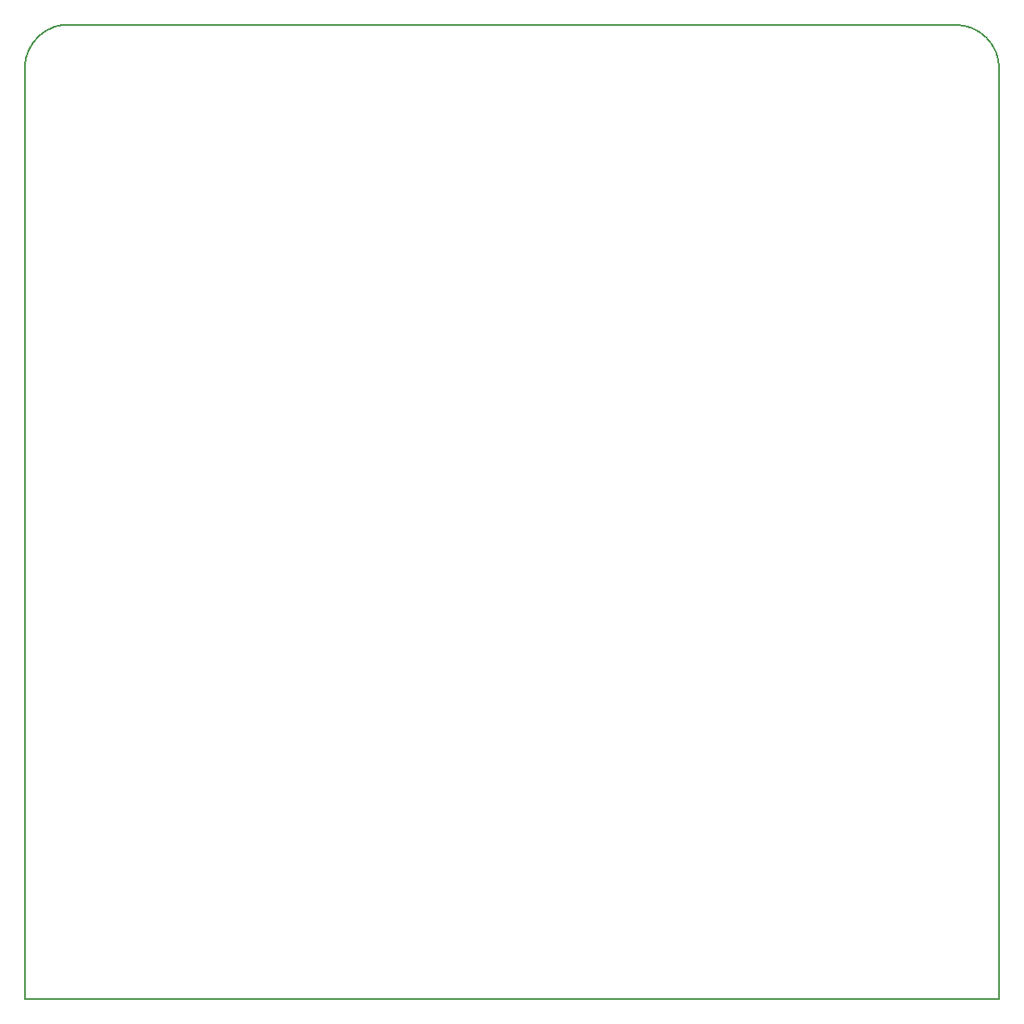
<source format=gm1>
G04 #@! TF.FileFunction,Profile,NP*
%FSLAX46Y46*%
G04 Gerber Fmt 4.6, Leading zero omitted, Abs format (unit mm)*
G04 Created by KiCad (PCBNEW 4.0.7) date 09/06/19 19:50:18*
%MOMM*%
%LPD*%
G01*
G04 APERTURE LIST*
%ADD10C,0.100000*%
%ADD11C,0.150000*%
G04 APERTURE END LIST*
D10*
D11*
X104140000Y-48260000D02*
X194945000Y-48260000D01*
X100330000Y-147320000D02*
X100330000Y-53340000D01*
X199390000Y-52705000D02*
X199390000Y-147320000D01*
X104140000Y-48260000D02*
G75*
G03X100330000Y-53340000I635000J-4445000D01*
G01*
X199390000Y-52705000D02*
G75*
G03X194945000Y-48260000I-4445000J0D01*
G01*
X199390000Y-147320000D02*
X100330000Y-147320000D01*
M02*

</source>
